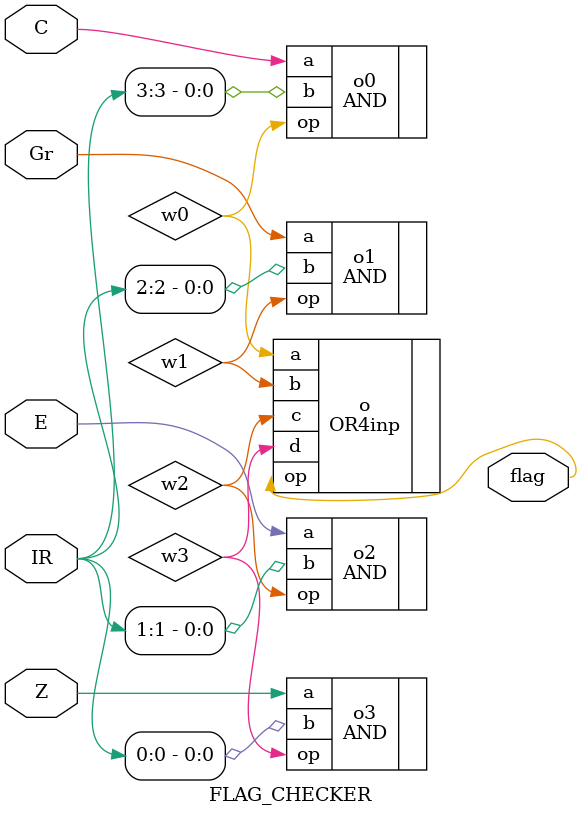
<source format=v>
`timescale 1ns / 1ps


module FLAG_CHECKER(
    input C,
    input Gr,
    input E,
    input Z,
    input [7:0] IR,
    output flag
    );
    wire w0,w1,w2,w3;
    AND o0(.a(C), .b(IR[3]), .op(w0));
    AND o1(.a(Gr), .b(IR[2]), .op(w1));
    AND o2(.a(E), .b(IR[1]), .op(w2));
    AND o3(.a(Z), .b(IR[0]), .op(w3));
    OR4inp o(.a(w0), .b(w1), .c(w2), .d(w3), .op(flag));
endmodule

</source>
